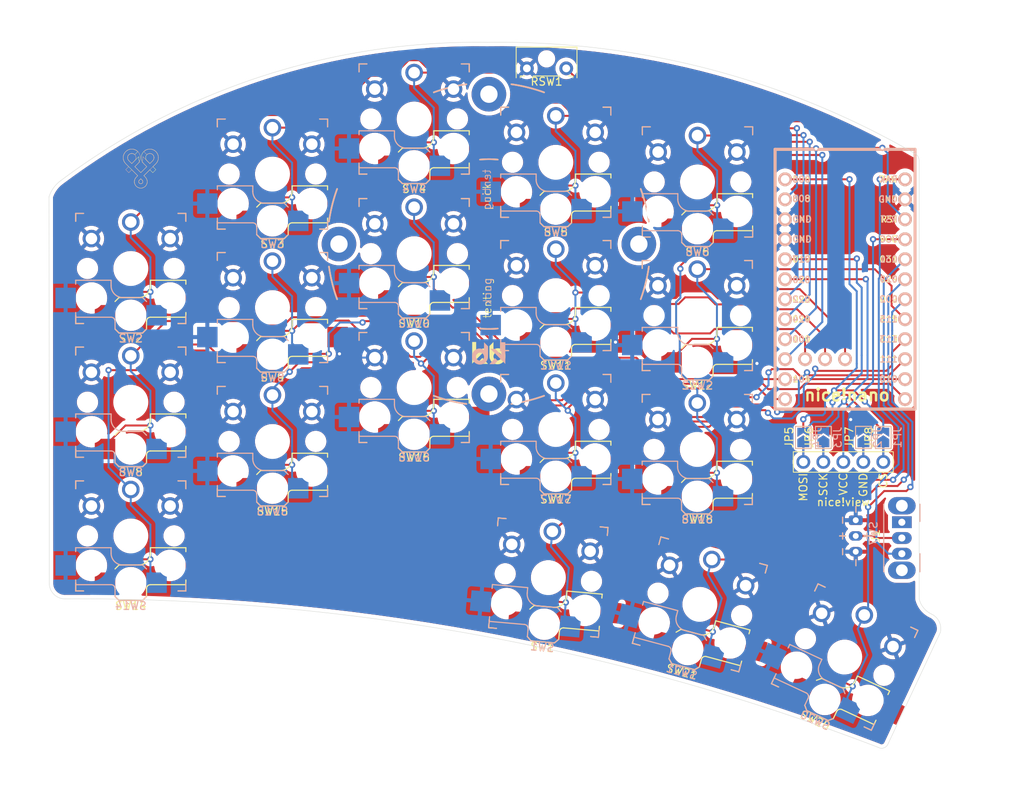
<source format=kicad_pcb>
(kicad_pcb (version 20211014) (generator pcbnew)
  (layers (0 "F.Cu" signal) (31 "B.Cu" signal) (34 "B.Paste" user) (35 "F.Paste" user) (36 "B.SilkS" user "B.Silkscreen") (37 "F.SilkS" user "F.Silkscreen") (38 "B.Mask" user) (39 "F.Mask" user) (44 "Edge.Cuts" user))
  (net 0 "")
  (net 1 "gnd")
  (net 2 "vcc")
  (net 3 "Switch18")
  (net 4 "reset")
  (net 5 "Switch1")
  (net 6 "Switch2")
  (net 7 "Switch3")
  (net 8 "Switch4")
  (net 9 "Switch5")
  (net 10 "Switch6")
  (net 11 "Switch7")
  (net 12 "Switch8")
  (net 13 "Switch9")
  (net 14 "Switch10")
  (net 15 "Switch11")
  (net 16 "Switch12")
  (net 17 "Switch13")
  (net 18 "Switch14")
  (net 19 "Switch15")
  (net 20 "Switch16")
  (net 21 "Switch17")
  (net 22 "raw")
  (net 23 "mosi")
  (net 24 "sck")
  (net 25 "nv_cs")
  (net 26 "Net-(J1-Pad2)")
  (net 28 "Net-(Display1-Pad1)")
  (net 29 "Net-(Display1-Pad2)")
  (net 30 "Net-(Display1-Pad4)")
  (net 31 "Net-(Display1-Pad5)")
  (footprint "Keebio-Parts:SW_Tactile_SPST_Angled_MJTP1117-no-mount" (layer "F.Cu") (at 72.951865 15.867504)
    (fp_text reference "RSW1")
    (fp_text value "SW_Push")
  )
  (footprint "fingerpunch:Kailh_socket_PG1350_optional_reversible_millmax" (layer "F.Cu") (at 22.626865 41.305002 180)
    (fp_text reference "SW2")
    (fp_text value "SW_Push")
  )
  (footprint "fingerpunch:Kailh_socket_PG1350_optional_reversible_millmax" (layer "F.Cu") (at 40.626867 29.305002 180)
    (fp_text reference "SW3")
    (fp_text value "SW_Push")
  )
  (footprint "fingerpunch:Kailh_socket_PG1350_optional_reversible_millmax" (layer "F.Cu") (at 58.626864 22.305002 180)
    (fp_text reference "SW4")
    (fp_text value "SW_Push")
  )
  (footprint "fingerpunch:Kailh_socket_PG1350_optional_reversible_millmax" (layer "F.Cu") (at 76.626865 27.805003 180)
    (fp_text reference "SW5")
    (fp_text value "SW_Push")
  )
  (footprint "fingerpunch:Kailh_socket_PG1350_optional_reversible_millmax" (layer "F.Cu") (at 94.626863 30.305002 180)
    (fp_text reference "SW6")
    (fp_text value "SW_Push")
  )
  (footprint "fingerpunch:Kailh_socket_PG1350_optional_reversible_millmax" (layer "F.Cu") (at 22.626865 58.305002 180)
    (fp_text reference "SW8")
    (fp_text value "SW_Push")
  )
  (footprint "fingerpunch:Kailh_socket_PG1350_optional_reversible_millmax" (layer "F.Cu") (at 40.626867 46.279002 180)
    (fp_text reference "SW9")
    (fp_text value "SW_Push")
  )
  (footprint "fingerpunch:Kailh_socket_PG1350_optional_reversible_millmax" (layer "F.Cu") (at 58.626866 39.421002 180)
    (fp_text reference "SW10")
    (fp_text value "SW_Push")
  )
  (footprint "fingerpunch:Kailh_socket_PG1350_optional_reversible_millmax" (layer "F.Cu") (at 76.626867 44.755005 180)
    (fp_text reference "SW11")
    (fp_text value "SW_Push")
  )
  (footprint "fingerpunch:Kailh_socket_PG1350_optional_reversible_millmax" (layer "F.Cu") (at 94.606865 47.295002 180)
    (fp_text reference "SW12")
    (fp_text value "SW_Push")
  )
  (footprint "fingerpunch:Kailh_socket_PG1350_optional_reversible_millmax" (layer "F.Cu") (at 22.626865 75.304999 180)
    (fp_text reference "SW14")
    (fp_text value "SW_Push")
  )
  (footprint "fingerpunch:Kailh_socket_PG1350_optional_reversible_millmax" (layer "F.Cu") (at 40.626864 63.297001 180)
    (fp_text reference "SW15")
    (fp_text value "SW_Push")
  )
  (footprint "fingerpunch:Kailh_socket_PG1350_optional_reversible_millmax" (layer "F.Cu") (at 58.626863 56.439003 180)
    (fp_text reference "SW16")
    (fp_text value "SW_Push")
  )
  (footprint "fingerpunch:Kailh_socket_PG1350_optional_reversible_millmax" (layer "F.Cu") (at 76.626865 61.773005 180)
    (fp_text reference "SW17")
    (fp_text value "SW_Push")
  )
  (footprint "fingerpunch:Kailh_socket_PG1350_optional_reversible_millmax" (layer "F.Cu") (at 94.600519 64.313002 180)
    (fp_text reference "SW18")
    (fp_text value "SW_Push")
  )
  (footprint "fingerpunch:Kailh_socket_PG1350_optional_reversible_millmax" (layer "F.Cu") (at 113.326867 90.705 155)
    (fp_text reference "SW20")
    (fp_text value "SW_Push")
  )
  (footprint "fingerpunch:Kailh_socket_PG1350_optional_reversible_millmax" (layer "F.Cu") (at 94.926863 84.005003 165)
    (fp_text reference "SW21")
    (fp_text value "SW_Push")
  )
  (footprint "kbd:Tenting_Puck2" (layer "F.Cu") (at 68.126866 38.205003)
    (fp_text reference "REF**")
    (fp_text value "Tenting Puck")
  )
  (footprint "fingerpunch:nice_nano" (layer "F.Cu") (at 113.376864 43.941752 -90)
    (fp_text reference "U1" hide)
    (fp_text value "nice_nano" hide)
  )
  (footprint "fingerpunch:fingerpunch-logo-small" (layer "F.Cu") (at 23.9 28.41)
    (fp_text reference "REF**")
    (fp_text value "fingerpunch-logo-small")
  )
  (footprint "Jumper:SolderJumper-2_P1.3mm_Open_TrianglePad1.0x1.5mm" (layer "F.Cu") (at 115.71 62.785 90)
    (fp_text reference "JP7")
    (fp_text value "Jumper_2_Open")
  )
  (footprint "Jumper:SolderJumper-2_P1.3mm_Open_TrianglePad1.0x1.5mm" (layer "F.Cu") (at 110.62 62.79 90)
    (fp_text reference "JP6")
    (fp_text value "Jumper_2_Open")
  )
  (footprint "fingerpunch:Kailh_socket_PG1350_optional_reversible_millmax" (layer "F.Cu") (at 75.676864 80.605 175)
    (fp_text reference "SW1")
    (fp_text value "SW_Push")
  )
  (footprint "fingerpunch:JST_PH_S3B-PH-K-keyboard" (layer "F.Cu") (at 114.733066 73.312291 -90)
    (fp_text reference "J1")
    (fp_text value "JST-BATTERY")
  )
  (footprint "Jumper:SolderJumper-2_P1.3mm_Open_TrianglePad1.0x1.5mm" (layer "F.Cu") (at 108.07 62.79 90)
    (fp_text reference "JP5")
    (fp_text value "Jumper_2_Open")
  )
  (footprint "Jumper:SolderJumper-2_P1.3mm_Open_TrianglePad1.0x1.5mm" (layer "F.Cu") (at 118.23 62.79 90)
    (fp_text reference "JP8")
    (fp_text value "Jumper_2_Open")
  )
  (footprint "fingerpunch:nice_view" (layer "F.Cu") (at 113.153066 49.422292)
    (fp_text reference "Display1")
    (fp_text value "nice!view")
  )
  (footprint "Jumper:SolderJumper-2_P1.3mm_Open_TrianglePad1.0x1.5mm" (layer "B.Cu") (at 115.71 62.79 90)
    (fp_text reference "JP2")
    (fp_text value "Jumper_2_Open")
  )
  (footprint "fingerpunch:SW_CuK_OS102011MA1QN1_SPDT_Angled" (layer "B.Cu") (at 120.59 73.57 -90)
    (fp_text reference "SW7")
    (fp_text value "SW_DPDT")
  )
  (footprint "Jumper:SolderJumper-2_P1.3mm_Open_TrianglePad1.0x1.5mm" (layer "B.Cu") (at 118.23 62.79 90)
    (fp_text reference "JP1")
    (fp_text value "Jumper_2_Open")
  )
  (footprint "Jumper:SolderJumper-2_P1.3mm_Open_TrianglePad1.0x1.5mm" (layer "B.Cu") (at 108.07 62.79 90)
    (fp_text reference "JP4")
    (fp_text value "Jumper_2_Open")
  )
  (footprint "Jumper:SolderJumper-2_P1.3mm_Open_TrianglePad1.0x1.5mm" (layer "B.Cu") (at 110.62 62.79 90)
    (fp_text reference "JP3")
    (fp_text value "Jumper_2_Open")
  )
  (footprint "fingerpunch:fingerpunch-logo-small" (layer "B.Cu") (at 23.9 28.41 180)
    (fp_text reference "REF**")
    (fp_text value "fingerpunch-logo-small")
  )
  (gr_line (start 12.236918 32.201707) (end 12.277117 81.470026) (layer "Edge.Cuts") (width 0.05))
  (gr_arc (start 122.426865 26.805003) (mid 122.69678 27.166844) (end 122.788866 27.608776) (layer "Edge.Cuts") (width 0.05))
  (gr_arc (start 12.236918 32.201707) (mid 12.793791 31.083887) (end 13.66386 30.188003) (layer "Edge.Cuts") (width 0.05))
  (gr_arc (start 67.926867 12.562511) (mid 96.148266 15.966621) (end 122.426865 26.805003) (layer "Edge.Cuts") (width 0.05))
  (gr_arc (start 14.314865 83.306125) (mid 66.82892 87.930658) (end 117.582657 102.184444) (layer "Edge.Cuts") (width 0.05))
  (gr_arc (start 14.314865 83.306125) (mid 12.927435 82.797108) (end 12.277117 81.470026) (layer "Edge.Cuts") (width 0.05))
  (gr_line (start 122.788866 27.608776) (end 122.788865 83.305002) (layer "Edge.Cuts") (width 0.05))
  (gr_arc (start 13.66386 30.188003) (mid 39.328422 16.859032) (end 67.926867 12.562511) (layer "Edge.Cuts") (width 0.05))
  (gr_arc (start 118.789484 101.850237) (mid 118.256353 102.271132) (end 117.582657 102.184444) (layer "Edge.Cuts") (width 0.05))
  (gr_line (start 125.47988 87.577163) (end 118.789484 101.850237) (layer "Edge.Cuts") (width 0.05))
  (gr_arc (start 124.32988 85.227164) (mid 123.343266 84.439338) (end 122.788865 83.305002) (layer "Edge.Cuts") (width 0.05))
  (gr_arc (start 124.32988 85.227164) (mid 125.328418 86.1949) (end 125.47988 87.577163) (layer "Edge.Cuts") (width 0.05))
  (segment (start 114.09 60.51) (end 112.175 60.51) (width 0.25) (layer "F.Cu") (net 1))
  (segment (start 112.175 60.51) (end 110.62 62.065) (width 0.25) (layer "F.Cu") (net 1))
  (segment (start 102.881865 52.678135) (end 102.881865 51.045002) (width 0.25) (layer "F.Cu") (net 1))
  (segment (start 84.21 50.67) (end 84.21 49.196872) (width 0.25) (layer "F.Cu") (net 1))
  (segment (start 49.14 52.16) (end 49.14 50.267135) (width 0.25) (layer "F.Cu") (net 1))
  (segment (start 102.18 53.38) (end 102.881865 52.678135) (width 0.25) (layer "F.Cu") (net 1))
  (segment (start 84.21 49.196872) (end 84.901867 48.505005) (width 0.25) (layer "F.Cu") (net 1))
  (segment (start 49.14 50.267135) (end 48.901867 50.029002) (width 0.25) (layer "F.Cu") (net 1))
  (via (at 49.14 52.16) (size 0.8) (drill 0.4) (layers "F.Cu" "B.Cu") (net 1))
  (via (at 114.09 60.51) (size 0.8) (drill 0.4) (layers "F.Cu" "B.Cu") (net 1))
  (via (at 102.18 53.38) (size 0.8) (drill 0.4) (layers "F.Cu" "B.Cu") (net 1))
  (via (at 84.21 50.67) (size 0.8) (drill 0.4) (layers "F.Cu" "B.Cu") (net 1))
  (segment (start 102.19 53.37) (end 102.18 53.38) (width 0.25) (layer "B.Cu") (net 1))
  (segment (start 102.19 46.078137) (end 102.19 51.94) (width 0.25) (layer "B.Cu") (net 1))
  (segment (start 115.645 62.065) (end 114.09 60.51) (width 0.25) (layer "B.Cu") (net 1))
  (segment (start 49.619003 52.639003) (end 49.14 52.16) (width 0.25) (layer "B.Cu") (net 1))
  (segment (start 115.71 62.065) (end 115.645 62.065) (width 0.25) (layer "B.Cu") (net 1))
  (segment (start 84.585002 51.045002) (end 84.21 50.67) (width 0.25) (layer "B.Cu") (net 1))
  (segment (start 86.331865 51.045002) (end 84.585002 51.045002) (width 0.25) (layer "B.Cu") (net 1))
  (segment (start 99.606865 43.495002) (end 102.19 46.078137) (width 0.25) (layer "B.Cu") (net 1))
  (segment (start 53.626863 52.639003) (end 49.619003 52.639003) (width 0.25) (layer "B.Cu") (net 1))
  (segment (start 102.19 51.94) (end 102.19 53.37) (width 0.25) (layer "B.Cu") (net 1))
  (segment (start 116.931752 37.591752) (end 120.996864 37.591752) (width 0.25) (layer "F.Cu") (net 2))
  (via (at 116.931752 37.591752) (size 0.8) (drill 0.4) (layers "F.Cu" "B.Cu") (net 2))
  (segment (start 113.153066 65.902292) (end 113.153066 59.476934) (width 0.25) (layer "B.Cu") (net 2))
  (segment (start 116.931752 55.698248) (end 116.931752 37.591752) (width 0.25) (layer "B.Cu") (net 2))
  (segment (start 113.153066 59.476934) (end 116.931752 55.698248) (width 0.25) (layer "B.Cu") (net 2))
  (segment (start 77.331842 73.77024) (end 76.191083 74.727451) (width 0.25) (layer "F.Cu") (net 3))
  (segment (start 117.154989 68.17) (end 114.262928 71.06206) (width 0.25) (layer "F.Cu") (net 3))
  (segment (start 119.48 68.17) (end 117.154989 68.17) (width 0.25) (layer "F.Cu") (net 3))
  (segment (start 71.887733 86.231764) (end 71.920983 85.851706) (width 0.25) (layer "F.Cu") (net 3))
  (segment (start 98.602928 77.17206) (end 86.918776 74.041301) (width 0.25) (layer "F.Cu") (net 3))
  (segment (start 106.162929 77.172061) (end 98.602928 77.17206) (width 0.25) (layer "F.Cu") (net 3))
  (segment (start 86.918776 74.041301) (end 77.953302 73.256924) (width 0.25) (layer "F.Cu") (net 3))
  (segment (start 71.920983 85.851706) (end 74.738996 83.487112) (width 0.25) (layer "F.Cu") (net 3))
  (segment (start 114.262928 71.06206) (end 112.272928 71.062061) (width 0.25) (layer "F.Cu") (net 3))
  (segment (start 77.953302 73.256924) (end 77.340638 73.77101) (width 0.25) (layer "F.Cu") (net 3))
  (segment (start 112.272928 71.062061) (end 106.162929 77.172061) (width 0.25) (layer "F.Cu") (net 3))
  (segment (start 77.340638 73.77101) (end 77.331842 73.77024) (width 0.25) (layer "F.Cu") (net 3))
  (segment (start 74.738996 83.487112) (end 77.896934 83.763396) (width 0.25) (layer "F.Cu") (net 3))
  (via (at 119.48 68.17) (size 0.8) (drill 0.4) (layers "F.Cu" "B.Cu") (net 3))
  (via (at 77.896934 83.763396) (size 0.8) (drill 0.4) (layers "F.Cu" "B.Cu") (net 3))
  (segment (start 120.996864 40.131752) (end 118.29 42.838616) (width 0.25) (layer "B.Cu") (net 3))
  (segment (start 118.29 58.73) (end 120.81 61.25) (width 0.25) (layer "B.Cu") (net 3))
  (segment (start 120.81 65.12) (end 120.81 66.84) (width 0.25) (layer "B.Cu") (net 3))
  (segment (start 120.81 61.25) (end 120.81 65.12) (width 0.25) (layer "B.Cu") (net 3))
  (segment (start 76.011275 76.675878) (end 76.183065 74.712292) (width 0.25) (layer "B.Cu") (net 3))
  (segment (start 77.896934 83.763396) (end 78.280419 79.38014) (width 0.25) (layer "B.Cu") (net 3))
  (segment (start 118.29 42.838616) (end 118.29 58.73) (width 0.25) (layer "B.Cu") (net 3))
  (segment (start 78.280419 79.38014) (end 76.011275 76.675878) (width 0.25) (layer "B.Cu") (net 3))
  (segment (start 120.81 66.84) (end 119.48 68.17) (width 0.25) (layer "B.Cu") (net 3))
  (segment (start 78.412808 86.802634) (end 78.466314 86.191057) (width 0.25) (layer "B.Cu") (net 3))
  (segment (start 78.466314 86.191057) (end 77.758356 85.347347) (width 0.25) (layer "B.Cu") (net 3))
  (segment (start 77.758356 85.347347) (end 77.896934 83.763396) (width 0.25) (layer "B.Cu") (net 3))
  (segment (start 77.951864 15.867505) (end 80.84642 18.76206) (width 0.25) (layer "F.Cu") (net 4))
  (segment (start 118.113067 25.972291) (end 111.173159 25.972291) (width 0.25) (layer "F.Cu") (net 4))
  (segment (start 104.122928 22.59206) (end 100.292929 18.76206) (width 0.25) (layer "F.Cu") (net 4))
  (segment (start 111.173159 25.972291) (end 107.792928 22.59206) (width 0.25) (layer "F.Cu") (net 4))
  (segment (start 107.792928 22.59206) (end 104.122928 22.59206) (width 0.25) (layer "F.Cu") (net 4))
  (segment (start 80.84642 18.76206) (end 100.292929 18.76206) (width 0.25) (layer "F.Cu") (net 4))
  (via (at 118.113067 25.972291) (size 0.8) (drill 0.4) (layers "F.Cu" "B.Cu") (net 4))
  (segment (start 120.996864 35.051752) (end 118.8 32.854888) (width 0.25) (layer "B.Cu") (net 4))
  (segment (start 118.8 26.659224) (end 118.113067 25.972291) (width 0.25) (layer "B.Cu") (net 4))
  (segment (start 118.8 32.854888) (end 118.8 26.659224) (width 0.25) (layer "B.Cu") (net 4))
  (segment (start 59.642928 14.02206) (end 57.642929 14.02206) (width 0.25) (layer "F.Cu") (net 5))
  (segment (start 78.222929 18.60206) (end 73.352929 18.60206) (width 0.25) (layer "F.Cu") (net 5))
  (segment (start 79.172928 19.552061) (end 78.222929 18.60206) (width 0.25) (layer "F.Cu") (net 5))
  (segment (start 69.642928 14.89206) (end 60.512927 14.89206) (width 0.25) (layer "F.Cu") (net 5))
  (segment (start 57.642929 14.02206) (end 55.562929 16.10206) (width 0.25) (layer "F.Cu") (net 5))
  (segment (start 21.949267 44.27958) (end 25.119267 44.27958) (width 0.25) (layer "F.Cu") (net 5))
  (segment (start 73.352929 18.60206) (end 69.642928 14.89206) (width 0.25) (layer "F.Cu") (net 5))
  (segment (start 99.762929 19.552061) (end 79.172928 19.552061) (width 0.25) (layer "F.Cu") (net 5))
  (segment (start 60.512927 14.89206) (end 59.642928 14.02206) (width 0.25) (layer "F.Cu") (net 5))
  (segment (start 52.552928 16.102061) (end 46.852928 21.80206) (width 0.25) (layer "F.Cu") (net 5))
  (segment (start 103.692929 23.482059) (end 99.762929 19.552061) (width 0.25) (layer "F.Cu") (net 5))
  (segment (start 107.252928 23.48206) (end 103.692929 23.482059) (width 0.25) (layer "F.Cu") (net 5))
  (segment (start 55.562929 16.10206) (end 52.552928 16.102061) (width 0.25) (layer "F.Cu") (net 5))
  (segment (start 33.069808 24.96206) (end 22.626866 35.405002) (width 0.25) (layer "F.Cu") (net 5))
  (segment (start 33.812929 24.96206) (end 33.069808 24.96206) (width 0.25) (layer "F.Cu") (net 5))
  (segment (start 46.852928 21.80206) (end 36.972928 21.80206) (width 0.25) (layer "F.Cu") (net 5))
  (segment (start 19.348066 47.262291) (end 19.348067 46.880784) (width 0.25) (layer "F.Cu") (net 5))
  (segment (start 19.348067 46.880784) (end 21.949267 44.27958) (width 0.25) (layer "F.Cu") (net 5))
  (segment (start 36.972928 21.80206) (end 33.812929 24.96206) (width 0.25) (layer "F.Cu") (net 5))
  (via (at 107.252928 23.48206) (size 0.8) (drill 0.4) (layers "F.Cu" "B.Cu") (net 5))
  (via (at 25.119267 44.27958) (size 0.8) (drill 0.4) (layers "F.Cu" "B.Cu") (net 5))
  (segment (start 25.898064 46.648378) (end 25.119268 45.869581) (width 0.25) (layer "B.Cu") (net 5))
  (segment (start 25.898067 47.26229) (end 25.898064 46.648378) (width 0.25) (layer "B.Cu") (net 5))
  (segment (start 22.623066 37.38338) (end 22.623065 35.412291) (width 0.25) (layer "B.Cu") (net 5))
  (segment (start 107.252928 31.015688) (end 107.252928 30.877072) (width 0.25) (layer "B.Cu") (net 5))
  (segment (start 25.119269 39.879581) (end 22.623066 37.38338) (width 0.25) (layer "B.Cu") (net 5))
  (segment (start 25.119268 45.869581) (end 25.119267 44.27958) (width 0.25) (layer "B.Cu") (net 5))
  (segment (start 105.756864 32.511752) (end 107.252928 31.015688) (width 0.25) (layer "B.Cu") (net 5))
  (segment (start 25.119267 44.27958) (end 25.119269 39.879581) (width 0.25) (layer "B.Cu") (net 5))
  (segment (start 107.252928 30.877072) (end 107.252928 23.48206) (width 0.25) (layer "B.Cu") (net 5))
  (segment (start 55.952928 16.81206) (end 53.102929 16.81206) (width 0.25) (layer "F.Cu") (net 6))
  (segment (start 77.762928 19.38206) (end 73.252929 19.38206) (width 0.25) (layer "F.Cu") (net 6))
  (segment (start 53.102929 16.81206) (end 46.509986 23.405001) (width 0.25) (layer "F.Cu") (net 6))
  (segment (start 59.282928 14.832061) (end 57.932929 14.83206) (width 0.25) (layer "F.Cu") (net 6))
  (segment (start 57.932929 14.83206) (end 55.952928 16.81206) (width 0.25) (layer "F.Cu") (net 6))
  (segment (start 37.348067 35.252291) (end 37.348067 34.870783) (width 0.25) (layer "F.Cu") (net 6))
  (segment (start 37.348067 34.870783) (end 39.949267 32.269579) (width 0.25) (layer "F.Cu") (net 6))
  (segment (start 103.322928 24.36206) (end 99.242928 20.282059) (width 0.25) (layer "F.Cu") (net 6))
  (segment (start 69.562928 15.69206) (end 60.142928 15.692059) (width 0.25) (layer "F.Cu") (net 6))
  (segment (start 73.252929 19.38206) (end 69.562928 15.69206) (width 0.25) (layer "F.Cu") (net 6))
  (segment (start 99.242928 20.282059) (end 78.662928 20.28206) (width 0.25) (layer "F.Cu") (net 6))
  (segment (start 78.662928 20.28206) (end 77.762928 19.38206) (width 0.25) (layer "F.Cu") (net 6))
  (segment (start 46.509986 23.405001) (end 40.626867 23.405003) (width 0.25) (layer "F.Cu") (net 6))
  (segment (start 108.092929 24.36206) (end 103.322928 24.36206) (width 0.25) (layer "F.Cu") (net 6))
  (segment (start 60.142928 15.692059) (end 59.282928 14.832061) (width 0.25) (layer "F.Cu") (net 6))
  (segment (start 39.949267 32.269579) (end 43.119268 32.269579) (width 0.25) (layer "F.Cu") (net 6))
  (via (at 43.119268 32.269579) (size 0.8) (drill 0.4) (layers "F.Cu" "B.Cu") (net 6))
  (via (at 108.092929 24.36206) (size 0.8) (drill 0.4) (layers "F.Cu" "B.Cu") (net 6))
  (segment (start 43.898065 35.25229) (end 43.898067 34.638379) (width 0.25) (layer "B.Cu") (net 6))
  (segment (start 43.898067 34.638379) (end 43.119269 33.859582) (width 0.25) (layer "B.Cu") (net 6))
  (segment (start 43.119268 32.269579) (end 43.119269 27.869581) (width 0.25) (layer "B.Cu") (net 6))
  (segment (start 105.756864 45.211752) (end 108.092928 42.875688) (width 0.25) (layer "B.Cu") (net 6))
  (segment (start 43.119269 27.869581) (end 40.623065 25.37338) (width 0.25) (layer "B.Cu") (net 6))
  (segment (start 40.623065 25.37338) (end 40.623066 23.402292) (width 0.25) (layer "B.Cu") (net 6))
  (segment (start 43.119269 33.859582) (end 43.119268 32.269579) (width 0.25) (layer "B.Cu") (net 6))
  (segment (start 108.092928 42.875688) (end 108.092929 24.36206) (width 0.25) (layer "B.Cu") (net 6))
  (segment (start 102.982929 25.20206) (end 98.862929 21.08206) (width 0.25) (layer "F.Cu") (net 7))
  (segment (start 77.272928 20.22206) (end 73.252928 20.22206) (width 0.25) (layer "F.Cu") (net 7))
  (segment (start 55.351864 28.255002) (end 55.351864 27.873493) (width 0.25) (layer "F.Cu") (net 7))
  (segment (start 108.882928 25.202061) (end 102.982929 25.20206) (width 0.25) (layer "F.Cu") (net 7))
  (segment (start 69.43587 16.405002) (end 58.626865 16.405003) (width 0.25) (layer "F.Cu") (net 7))
  (segment (start 57.953067 25.272291) (end 61.123066 25.272293) (width 0.25) (layer "F.Cu") (net 7))
  (segment (start 55.351864 27.873493) (end 57.953067 25.272291) (width 0.25) (layer "F.Cu") (net 7))
  (segment (start 73.252928 20.22206) (end 69.43587 16.405002) (width 0.25) (layer "F.Cu") (net 7))
  (segment (start 78.132928 21.08206) (end 77.272928 20.22206) (width 0.25) (layer "F.Cu") (net 7))
  (segment (start 98.862929 21.08206) (end 78.132928 21.08206) (width 0.25) (layer "F.Cu") (net 7))
  (via (at 61.123066 25.272293) (size 0.8) (drill 0.4) (layers "F.Cu" "B.Cu") (net 7))
  (via (at 108.882928 25.202061) (size 0.8) (drill 0.4) (layers "F.Cu" "B.Cu") (net 7))
  (segment (start 61.901864 27.641087) (end 61.123066 26.862292) (width 0.25) (layer "B.Cu") (net 7))
  (segment (start 61.123067 20.872291) (end 58.626864 18.37609) (width 0.25) (layer "B.Cu") (net 7))
  (segment (start 61.901865 28.255002) (end 61.901864 27.641087) (width 0.25) (layer "B.Cu") (net 7))
  (segment (start 105.756864 47.751753) (end 108.882928 44.625689) (width 0.25) (layer "B.Cu") (net 7))
  (segment (start 61.123066 25.272293) (end 61.123067 20.872291) (width 0.25) (layer "B.Cu") (net 7))
  (segment (start 61.123066 26.862292) (end 61.123066 25.272293) (width 0.25) (layer "B.Cu") (net 7))
  (segment (start 58.626864 18.37609) (end 58.626864 16.405002) (width 0.25) (layer "B.Cu") (net 7))
  (segment (start 108.882928 44.625689) (end 108.882928 25.202061) (width 0.25) (layer "B.Cu") (net 7))
  (segment (start 98.525871 21.905003) (end 76.626865 21.905003) (width 0.25) (layer "F.Cu") (net 8))
  (segment (start 75.948278 30.768057) (end 79.118278 30.768056) (width 0.25) (layer "F.Cu") (net 8))
  (segment (start 73.347077 33.369259) (end 75.948278 30.768057) (width 0.25) (layer "F.Cu") (net 8))
  (segment (start 102.662928 26.042061) (end 98.525871 21.905003) (width 0.25) (layer "F.Cu") (net 8))
  (segment (start 73.347077 33.75077) (end 73.347077 33.369259) (width 0.25) (layer "F.Cu") (net 8))
  (segment (start 109.692929 26.04206) (end 102.662928 26.042061) (width 0.25) (layer "F.Cu") (net 8))
  (via (at 79.118278 30.768056) (size 0.8) (drill 0.4) (layers "F.Cu" "B.Cu") (net 8))
  (via (at 109.692929 26.04206) (size 0.8) (drill 0.4) (layers "F.Cu" "B.Cu") (net 8))
  (segment (start 79.118279 26.368057) (end 76.622078 23.871856) (width 0.25) (layer "B.Cu") (net 8))
  (segment (start 109.692928 46.355688) (end 109.692929 26.04206) (width 0.25) (layer "B.Cu") (net 8))
  (segment (start 105.756864 50.291752) (end 109.692928 46.355688) (width 0.25) (layer "B.Cu") (net 8))
  (segment (start 79.897077 33.750768) (end 79.897076 33.136856) (width 0.25) (layer "B.Cu") (net 8))
  (segment (start 79.897076 33.136856) (end 79.118279 32.358056) (width 0.25) (layer "B.Cu") (net 8))
  (segment (start 79.118278 30.768056) (end 79.118279 26.368057) (width 0.25) (layer "B.Cu") (net 8))
  (segment (start 79.118279 32.358056) (end 79.118278 30.768056) (width 0.25) (layer "B.Cu") (net 8))
  (segment (start 76.622078 23.871856) (end 76.622078 21.900768) (width 0.25) (layer "B.Cu") (net 8))
  (segment (start 91.347215 36.25142) (end 91.347215 35.869911) (width 0.25) (layer "F.Cu") (net 9))
  (segment (start 99.96587 24.405002) (end 94.626864 24.405002) (width 0.25) (layer "F.Cu") (net 9))
  (segment (start 102.442928 26.882061) (end 99.96587 24.405002) (width 0.25) (layer "F.Cu") (net 9))
  (segment (start 110.482928 26.88206) (end 102.442928 26.882061) (width 0.25) (layer "F.Cu") (net 9))
  (segment (start 93.948416 33.268708) (end 97.118416 33.268709) (width 0.25) (layer "F.Cu") (net 9))
  (segment (start 91.347215 35.869911) (end 93.948416 33.268708) (width 0.25) (layer "F.Cu") (net 9))
  (via (at 97.118416 33.268709) (size 0.8) (drill 0.4) (layers "F.Cu" "B.Cu") (net 9))
  (via (at 110.482928 26.88206) (size 0.8) (drill 0.4) (layers "F.Cu" "B.Cu") (net 9))
  (segment (start 97.118416 33.268709) (end 97.118418 28.868709) (width 0.25) (layer "B.Cu") (net 9))
  (segment (start 97.897216 35.637507) (end 97.118417 34.85871) (width 0.25) (layer "B.Cu") (net 9))
  (segment (start 97.897215 36.251421) (end 97.897216 35.637507) (width 0.25) (layer "B.Cu") (net 9))
  (segment (start 94.622215 26.372507) (end 94.622215 24.40142) (width 0.25) (layer "B.Cu") (net 9))
  (segment (start 97.118417 34.85871) (end 97.118416 33.268709) (width 0.25) (layer "B.Cu") (net 9))
  (segment (start 97.118418 28.868709) (end 94.622215 26.372507) (width 0.25) (layer "B.Cu") (net 9))
  (segment (start 105.756864 52.831753) (end 110.482929 48.105688) (width 0.25) (layer "B.Cu") (net 9))
  (segment (start 110.482929 48.105688) (end 110.482928 26.88206) (width 0.25) (layer "B.Cu") (net 9))
  (segment (start 42.032928 48.56206) (end 37.722928 48.56206) (width 0.25) (layer "F.Cu") (net 10))
  (segment (start 37.152929 47.99206) (end 27.122928 47.992061) (width 0.25) (layer "F.Cu") (net 10))
  (segment (start 19.348066 63.870783) (end 21.949268 61.26958) (width 0.25) (layer "F.Cu") (net 10))
  (segment (start 37.722928 48.56206) (end 37.152929 47.99206) (width 0.25) (layer "F.Cu") (net 10))
  (segment (start 105.756865 55.371752) (end 89.582621 55.371752) (width 0.25) (layer "F.Cu") (net 10))
  (segment (start 71.642929 52.652061) (end 66.302928 47.31206) (width 0.25) (layer "F.Cu") (net 10))
  (segment (start 19.348066 64.252291) (end 19.348066 63.870783) (width 0.25) (layer "F.Cu") (net 10))
  (segment (start 86.862928 52.65206) (end 71.642929 52.652061) (width 0.25) (layer "F.Cu") (net 10))
  (segment (start 47.270566 47.504423) (end 45.445291 47.504424) (width 0.25) (layer "F.Cu") (net 10))
  (segment (start 66.302928 47.31206) (end 47.462928 47.31206) (width 0.25) (layer "F.Cu") (net 10))
  (segment (start 22.709986 52.405002) (end 22.626865 52.405002) (width 0.25) (layer "F.Cu") (net 10))
  (segment (start 45.442928 47.50206) (end 43.092928 47.502061) (width 0.25) (layer "F.Cu") (net 10))
  (segment (start 21.949268 61.26958) (end 25.119269 61.26958) (width 0.25) (layer "F.Cu") (net 10))
  (segment (start 45.445291 47.504424) (end 45.442928 47.50206) (width 0.25) (layer "F.Cu") (net 10))
  (segment (start 43.092928 47.502061) (end 42.032928 48.56206) (width 0.25) (layer "F.Cu") (net 10))
  (segment (start 89.582621 55.371752) (end 86.862928 52.65206) (width 0.25) (layer "F.Cu") (net 10))
  (segment (start 47.462928 47.31206) (end 47.270566 47.504423) (width 0.25) (layer "F.Cu") (net 10))
  (segment (start 27.122928 47.992061) (end 22.709986 52.405002) (width 0.25) (layer "F.Cu") (net 10))
  (via (at 25.119269 61.26958) (size 0.8) (drill 0.4) (layers "F.Cu" "B.Cu") (net 10))
  (segment (start 22.623067 54.373378) (end 22.623066 52.402292) (width 0.25) (layer "B.Cu") (net 10))
  (segment (start 25.119269 62.859579) (end 25.119269 61.26958) (width 0.25) (layer "B.Cu") (net 10))
  (segment (start 25.898066 63.638379) (end 25.119269 62.859579) (width 0.25) (layer "B.Cu") (net 10))
  (segment (start 25.898065 64.25229) (end 25.898066 63.638379) (width 0.25) (layer "B.Cu") (net 10))
  (segment (start 25.119269 61.26958) (end 25.119268 56.869581) (width 0.25) (layer "B.Cu") (net 10))
  (segment (start 25.119268 56.869581) (end 22.623067 54.373378) (width 0.25) (layer "B.Cu") (net 10))
  (segment (start 44.215362 48.14206) (end 43.118851 49.23857) (width 0.25) (layer "F.Cu") (net 11))
  (segment (start 53.102928 48.69206) (end 52.622929 49.17206) (width 0.25) (layer "F.Cu") (net 11))
  (segment (start 37.34765 51.839773) (end 39.948851 49.238571) (width 0.25) (layer "F.Cu") (net 11))
  (segment (start 47.692929 47.93206) (end 47.482928 48.142061) (width 0.25) (layer "F.Cu") (net 11))
  (segment (start 50.302929 47.93206) (end 47.692929 47.93206) (width 0.25) (layer "F.Cu") (net 11))
  (segment (start 103.77262 57.911752) (end 102.422928 56.56206) (width 0.25) (layer "F.Cu") (net 11))
  (segment (start 51.542929 49.172061) (end 50.302929 47.93206) (width 0.25) (layer "F.Cu") (net 11))
  (segment (start 39.948851 49.238571) (end 43.118851 49.23857) (width 0.25) (layer "F.Cu") (net 11))
  (segment (start 47.482928 48.142061) (end 44.215362 48.14206) (width 0.25) (layer "F.Cu") (net 11))
  (segment (start 52.622929 49.17206) (end 51.542929 49.172061) (width 0.25) (layer "F.Cu") (net 11))
  (segment (start 102.422928 56.56206) (end 89.002929 56.56206) (width 0.25) (layer "F.Cu") (net 11))
  (segment (start 86.392928 53.952061) (end 70.942928 53.95206) (width 0.25) (layer "F.Cu") (net 11))
  (segment (start 65.682929 48.69206) (end 53.102928 48.69206) (width 0.25) (layer "F.Cu") (net 11))
  (segment (start 89.002929 56.56206) (end 86.392928 53.952061) (width 0.25) (layer "F.Cu") (net 11))
  (segment (start 70.942928 53.95206) (end 65.682929 48.69206) (width 0.25) (layer "F.Cu") (net 11))
  (segment (start 37.347651 52.221282) (end 37.34765 51.839773) (width 0.25) (layer "F.Cu") (net 11))
  (segment (start 105.756864 57.911752) (end 103.77262 57.911752) (width 0.25) (layer "F.Cu") (net 11))
  (via (at 43.118851 49.23857) (size 0.8) (drill 0.4) (layers "F.Cu" "B.Cu") (net 11))
  (segment (start 43.897649 51.60737) (end 43.118851 50.828571) (width 0.25) (layer "B.Cu") (net 11))
  (segment (start 43.118852 44.838571) (end 40.62265 42.34237) (width 0.25) (layer "B.Cu") (net 11))
  (segment (start 40.62265 42.34237) (end 40.62265 40.371282) (width 0.25) (layer "B.Cu") (net 11))
  (segment (start 43.118851 49.23857) (end 43.118852 44.838571) (width 0.25) (layer "B.Cu") (net 11))
  (segment (start 43.89765 52.221283) (end 43.897649 51.60737) (width 0.25) (layer "B.Cu") (net 11))
  (segment (start 43.118851 50.828571) (end 43.118851 49.23857) (width 0.25) (layer "B.Cu") (net 11))
  (segment (start 74.412928 47.00206) (end 73.692929 46.28206) (width 0.25) (layer "F.Cu") (net 12))
  (segment (start 96.232928 49.56206) (end 91.612929 49.56206) (width 0.25) (layer "F.Cu") (net 12))
  (segment (start 108.296864 52.831751) (end 108.296864 50.405997) (width 0.25) (layer "F.Cu") (net 12))
  (segment (start 88.652929 48.90206) (end 86.142929 46.39206) (width 0.25) (layer "F.Cu") (net 12))
  (segment (start 91.612929 49.56206) (end 90.952928 48.90206) (width 0.25) (layer "F.Cu") (net 12))
  (segment (start 90.952928 48.90206) (end 88.652929 48.90206) (width 0.25) (layer "F.Cu") (net 12))
  (segment (start 78.152929 47.00206) (end 74.412928 47.00206) (width 0.25) (layer "F.Cu") (net 12))
  (segment (start 73.692929 46.28206) (end 63.512929 46.28206) (width 0.25) (layer "F.Cu") (net 12))
  (segment (start 63.512929 46.28206) (end 61.119267 43.888399) (width 0.25) (layer "F.Cu") (net 12))
  (segment (start 55.348066 44.990782) (end 57.949268 42.38958) (width 0.25) (layer "F.Cu") (net 12))
  (segment (start 108.296864 50.405997) (end 106.902929 49.01206) (width 0.25) (layer "F.Cu") (net 12))
  (segment (start 55.348065 45.372292) (end 55.348066 44.990782) (width 0.25) (layer "F.Cu") (net 12))
  (segment (start 61.119267 43.888399) (end 61.119268 42.38958) (width 0.25) (layer "F.Cu") (net 12))
  (segment (start 78.762928 46.39206) (end 78.152929 47.00206) (width 0.25) (layer "F.Cu") (net 12))
  (segment (start 106.902929 49.01206) (end 96.782929 49.01206) (width 0.25) (layer "F.Cu") (net 12))
  (segment (start 57.949268 42.38958) (end 61.119268 42.38958) (width 0.25) (layer "F.Cu") (net 12))
  (segment (start 96.782929 49.01206) (end 96.232928 49.56206) (width 0.25) (layer "F.Cu") (net 12))
  (segment (start 86.142929 46.39206) (end 78.762928 46.39206) (width 0.25) (layer "F.Cu") (net 12))
  (via (at 61.119268 42.38958) (size 0.8) (drill 0.4) (layers "F.Cu" "B.Cu") (net 12))
  (segment (start 61.898065 44.758379) (end 61.119267 43.97958) (width 0.25) (layer "B.Cu") (net 12))
  (segment (start 58.623066 35.493378) (end 58.623066 33.522291) (width 0.25) (layer "B.Cu") (net 12))
  (segment (start 61.119268 42.38958) (end 61.119268 37.98958) (width 0.25) (layer "B.Cu") (net 12))
  (segment (start 61.119268 37.98958) (end 58.623066 35.493378) (width 0.25) (layer "B.Cu") (net 12))
  (segment (start 61.898067 45.372292) (end 61.898065 44.758379) (width 0.25) (layer "B.Cu") (net 12))
  (segment (start 61.119267 43.97958) (end 61.119268 42.38958) (width 0.25) (layer "B.Cu") (net 12))
  (segment (start 96.012928 44.98206) (end 93.052929 44.98206) (width 0.25) (layer "F.Cu") (net 13))
  (segment (start 93.052929 44.98206) (end 92.212928 45.82206) (width 0.25) (layer "F.Cu") (net 13))
  (segment (start 83.272928 43.29206) (end 81.382928 43.292061) (width 0.25) (layer "F.Cu") (net 13))
  (segment (start 80.309255 44.365734) (end 79.119254 44.365734) (width 0.25) (layer "F.Cu") (net 13))
  (segment (start 101.832929 45.87206) (end 96.902927 45.872061) (width 0.25) (layer "F.Cu") (net 13))
  (segment (start 73.348052 50.702283) (end 73.348052 50.320775) (width 0.25) (layer "F.Cu") (net 13))
  (segment (start 96.902927 45.872061) (end 96.012928 44.98206) (width 0.25) (layer "F.Cu") (net 13))
  (segment (start 102.452928 46.49206) (end 101.832929 45.87206) (width 0.25) (layer "F.Cu") (net 13))
  (segment (start 81.382928 43.292061) (end 80.309255 44.365734) (width 0.25) (layer "F.Cu") (net 13))
  (segment (start 75.949253 47.719573) (end 79.119254 47.719574) (width 0.25) (layer "F.Cu") (net 13))
  (segment (start 110.836864 52.831752) (end 110.836864 50.035996) (width 0.25) (layer "F.Cu") (net 13))
  (segment (start 92.212928 45.82206) (end 85.802928 45.822061) (width 0.25) (layer "F.Cu") (net 13))
  (segment (start 107.292928 46.49206) (end 102.452928 46.49206) (width 0.25) (layer "F.Cu") (net 13))
  (segment (start 73.348052 50.320775) (end 75.949253 47.719573) (width 0.25) (layer "F.Cu") (net 13))
  (segment (start 110.836864 50.035996) (end 107.292928 46.49206) (width 0.25) (layer "F.Cu") (net 13))
  (segment (start 85.802928 45.822061) (end 83.272928 43.29206) (width 0.25) (layer "F.Cu") (net 13))
  (via (at 79.119254 44.365734) (size 0.8) (drill 0.4) (layers "F.Cu" "B.Cu") (net 13))
  (via (at 79.119254 47.719574) (size 0.8) (drill 0.4) (layers "F.Cu" "B.Cu") (net 13))
  (segment (start 76.623051 40.82337) (end 76.623052 38.852285) (width 0.25) (layer "B.Cu") (net 13))
  (segment (start 79.898052 50.088371) (end 79.119253 49.309573) (width 0.25) (layer "B.Cu") (net 13))
  (segment (start 79.119254 47.719574) (end 79.119254 44.365734) (width 0.25) (layer "B.Cu") (net 13))
  (segment (start 79.898053 50.702286) (end 79.898052 50.088371) (width 0.25) (layer "B.Cu") (net 13))
  (segment (start 79.119253 49.309573) (end 79.119254 47.719574) (width 0.25) (layer "B.Cu") (net 13))
  (segment (start 79.119254 44.365734) (end 79.119254 43.319573) (width 0.25) (layer "B.Cu") (net 13))
  (segment (start 79.119254 43.319573) (end 76.623051 40.82337) (width 0.25) (layer "B.Cu") (net 13))
  (segment (start 107.612928 43.93206) (end 103.002928 43.93206) (width 0.25) (layer "F.Cu") (net 14))
  (segment (start 113.376864 52.831752) (end 113.376864 49.695996) (width 0.25) (layer "F.Cu") (net 14))
  (segment (start 91.326329 52.859245) (end 93.92753 50.258046) (width 0.25) (layer "F.Cu") (net 14))
  (segment (start 91.326329 53.240755) (end 91.326329 52.859245) (width 0.25) (layer "F.Cu") (net 14))
  (segment (start 113.376864 49.695996) (end 107.612928 43.93206) (width 0.25) (layer "F.Cu") (net 14))
  (segment (start 103.002928 43.93206) (end 100.46587 41.395003) (width 0.25) (layer "F.Cu") (net 14))
  (segment (start 100.46587 41.395003) (end 94.606866 41.395003) (width 0.25) (layer "F.Cu") (net 14))
  (segment (start 93.92753 50.258046) (end 97.097529 50.258044) (width 0.25) (layer "F.Cu") (net 14))
  (via (at 97.097529 50.258044) (size 0.8) (drill 0.4) (layers "F.Cu" "B.Cu") (net 14))
  (segment (start 97.09753 45.858046) (end 94.601327 43.361842) (width 0.25) (layer "B.Cu") (net 14))
  (segment (start 97.097529 50.258044) (end 97.09753 45.858046) (width 0.25) (layer "B.Cu") (net 14))
  (segment (start 97.876328 53.240755) (end 97.876328 52.626842) (width 0.25) (layer "B.Cu") (net 14))
  (segment (start 97.097531 51.848044) (end 97.097529 50.258044) (width 0.25) (layer "B.Cu") (net 14))
  (segment (start 94.601327 43.361842) (end 94.601328 41.390754) (width 0.25) (layer "B.Cu") (net 14))
  (segment (start 97.876328 52.626842) (end 97.097531 51.848044) (width 0.25) (layer "B.Cu") (net 14))
  (segment (start 108.26 55.98) (end 119.065111 55.98) (width 0.25) (layer "F.Cu") (net 15))
  (segment (start 52.072928 48.17206) (end 52.242928 48.002059) (width 0.25) (layer "F.Cu") (net 15))
  (segment (start 43.852929 52.162061) (end 42.492929 53.52206) (width 0.25) (layer "F.Cu") (net 15))
  (segment (start 19.348066 80.880782) (end 21.949269 78.27958) (width 0.25) (layer "F.Cu") (net 15))
  (segment (start 103.602928 56.64206) (end 107.59794 56.64206) (width 0.25) (layer "F.Cu") (net 15))
  (segment (start 107.59794 56.64206) (end 108.26 55.98) (width 0.25) (layer "F.Cu") (net 15))
  (segment (start 42.492929 53.52206) (end 41.682928 54.33206) (width 0.25) (layer "F.Cu") (net 15))
  (segment (start 32.332929 50.97206) (end 28.142929 50.97206) (width 0.25) (layer "F.Cu") (net 15))
  (segment (start 86.592928 53.29206) (end 89.262929 55.96206) (width 0.25) (layer "F.Cu") (net 15))
  (segment (start 52.242928 48.002059) (end 54.292928 48.00206) (width 0.25) (layer "F.Cu") (net 15))
  (segment (start 23.312928 54.23206) (end 19.802928 54.23206) (width 0.25) (layer "F.Cu") (net 15))
  (segment (start 54.292928 48.00206) (end 65.982928 48.00206) (width 0.25) (layer "F.Cu") (net 15))
  (segment (start 28.142929 50.97206) (end 26.572928 50.97206) (width 0.25) (layer "F.Cu") (net 15))
  (segment (start 119.065111 55.98) (end 120.996864 57.911752) (width 0.25) (layer "F.Cu") (net 15))
  (segment (start 34.612928 53.25206) (end 32.332929 50.97206) (width 0.25) (layer "F.Cu") (net 15))
  (segment (start 102.922928 55.962061) (end 103.602928 56.64206) (width 0.25) (layer "F.Cu") (net 15))
  (segment (start 41.682928 54.33206) (end 38.072928 54.33206) (width 0.25) (layer "F.Cu") (net 15))
  (segment (start 65.982928 48.00206) (end 71.272929 53.29206) (width 0.25) (layer "F.Cu") (net 15))
  (segment (start 71.272929 53.29206) (end 86.592928 53.29206) (width 0.25) (layer "F.Cu") (net 15))
  (segment (start 38.072928 54.33206) (end 35.692928 54.33206) (width 0.25) (layer "F.Cu") (net 15))
  (segment (start 26.572928 50.97206) (end 24.042929 53.50206) (width 0.25) (layer "F.Cu") (net 15))
  (segment (start 47.782928 52.162061) (end 43.852929 52.162061) (width 0.25) (layer "F.Cu") (net 15))
  (segment (start 35.692928 54.33206) (end 34.612928 53.25206) (width 0.25) (layer "F.Cu") (net 15))
  (segment (start 24.042929 53.50206) (end 23.312928 54.23206) (width 0.25) (layer "F.Cu") (net 15))
  (segment (start 19.348065 81.26229) (end 19.348066 80.880782) (width 0.25) (layer "F.Cu") (net 15))
  (segment (start 89.262929 55.96206) (end 102.922928 55.962061) (width 0.25) (layer "F.Cu") (net 15))
  (segment (start 21.949269 78.27958) (end 25.119268 78.279582) (width 0.25) (layer "F.Cu") (net 15))
  (via (at 25.119268 78.279582) (size 0.8) (drill 0.4) (layers "F.Cu" "B.Cu") (net 15))
  (via (at 19.802928 54.23206) (size 0.8) (drill 0.4) (layers "F.Cu" "B.Cu") (net 15))
  (via (at 52.072928 48.17206) (size 0.8) (drill 0.4) (layers "F.Cu" "B.Cu") (net 15))
  (via (at 47.782928 52.162061) (size 0.8) (drill 0.4) (layers "F.Cu" "B.Cu") (net 15))
  (segment (start 22.623065 71.383379) (end 22.623065 69.412291) (width 0.25) (layer "B.Cu") (net 15))
  (segment (start 25.119268 73.87958) (end 22.623065 71.383379) (width 0.25) (layer "B.Cu") (net 15))
  (segment (start 48.312929 49.032061) (end 47.782928 49.56206) (width 0.25) (layer "B.Cu") (net 15))
  (segment (start 25.119268 78.279582) (end 25.119268 73.87958) (width 0.25) (layer "B.Cu") (net 15))
  (segment (start 25.119268 79.869581) (end 25.119268 78.279582) (width 0.25) (layer "B.Cu") (net 15))
  (segment (start 22.626866 69.405) (end 19.802928 66.581063) (width 0.25) (layer "B.Cu") (net 15))
  (segment (start 19.802928 66.581063) (end 19.802928 54.23206) (width 0.25) (layer "B.Cu") (net 15))
  (segment (start 49.172928 48.17206) (end 48.312929 49.032061) (width 0.25) (layer "B.Cu") (net 15))
  (segment (start 52.072928 48.17206) (end 49.172928 48.17206) (width 0.25) (layer "B.Cu") (net 15))
  (segment (start 25.898067 81.262291) (end 25.898067 80.648379) (width 0.25) (layer "B.Cu") (net 15))
  (segment (start 25.898067 80.648379) (end 25.119268 79.869581) (width 0.25) (layer "B.Cu") (net 15))
  (segment (start 47.782928 49.56206) (end 47.782928 52.162061) (width 0.25) (layer "B.Cu") (net 15))
  (segment (start 92.452928 58.872059) (end 90.962928 57.38206) (width 0.25) (layer "F.Cu") (net 16))
  (segment (start 37.347883 69.252115) (end 37.347882 68.870606) (width 0.25) (layer "F.Cu") (net 16))
  (segment (start 102.132928 57.67206) (end 98.052929 57.67206) (width 0.25) (layer "F.Cu") (net 16))
  (segment (start 107.422928 54.742061) (end 106.782928 54.10206) (width 0.25) (layer "F.Cu") (net 16))
  (segment (start 44.022929 53.23206) (end 42.812929 54.44206) (width 0.25) (layer "F.Cu") (net 16))
  (segment (start 88.772929 57.38206) (end 88.202929 56.81206) (width 0.25) (layer "F.Cu") (net 16))
  (segment (start 58.182928 52.54206) (end 56.272929 50.632061) (width 0.25) (layer "F.Cu") (net 16))
  (segment (start 47.492928 53.23206) (end 44.022929 53.23206) (width 0.25) (layer "F.Cu") (net 16))
  (segment (start 70.452928 54.71206) (end 68.742929 53.00206) (width 0.25) (layer "F.Cu") (net 16))
  (segment (start 106.782928 54.10206) (end 105.792929 54.10206) (width 0.25) (layer "F.Cu") (net 16))
  (segment (start 80.692928 54.76206) (end 78.612929 56.84206) (width 0.25) (layer "F.Cu") (net 16))
  (segment (start 73.212928 55.28206) (end 72.642928 54.71206) (width 0.25) (layer "F.Cu") (net 16))
  (segment (start 96.162928 59.56206) (end 95.532929 60.19206) (width 0.25) (layer "F.Cu") (net 16))
  (segment (start 62.492928 49.43206) (end 60.022929 51.902061) (width 0.25) (layer "F.Cu") (net 16))
  (segment (start 77.392929 58.06206) (end 76.582928 58.062061) (width 0.25) (layer "F.Cu") (net 16))
  (segment (start 98.052929 57.67206) (end 96.162928 59.56206) (width 0.25) (layer "F.Cu") (net 16))
  (segment (start 72.642928 54.71206) (end 71.102928 54.712059) (width 0.25) (layer "F.Cu") (net 16))
  (segment (start 93.942929 60.192061) (end 93.772929 60.19206) (width 0.25) (layer "F.Cu") (net 16))
  (segment (start 60.022929 51.902061) (end 59.382928 52.54206) (width 0.25) (layer "F.Cu") (net 16))
  (segment (start 49.942928 53.23206) (end 47.492928 53.23206) (width 0.25) (layer "F.Cu") (net 16))
  (segment (start 120.996865 55.371752) (end 108.052621 55.371753) (width 0.25) (layer "F.Cu") (net 16))
  (segment (start 62.582929 49.432059) (end 62.492928 49.43206) (width 0.25) (layer "F.Cu") (net 16))
  (segment (start 105.792929 54.10206) (end 104.082928 54.10206) (width 0.25) (layer "F.Cu") (net 16))
  (segment (start 86.152928 54.76206) (end 83.272929 54.76206) (width 0.25) (layer "F.Cu") (net 16))
  (segment (start 95.532929 60.19206) (end 93.942929 60.192061) (width 0.25) (layer "F.Cu") (net 16))
  (segment (start 104.082928 54.10206) (end 103.652928 54.532061) (width 0.25) (layer "F.Cu") (net 16))
  (segment (start 78.612929 56.84206) (end 77.392929 58.06206) (width 0.25) (layer "F.Cu") (net 16))
  (segment (start 58.222928 52.542061) (end 58.182928 52.54206) (width 0.25) (layer "F.Cu") (net 16))
  (segment (start 65.172929 49.43206) (end 62.582929 49.432059) (width 0.25) (layer "F.Cu") (net 16))
  (segment (start 108.052621 55.371753) (end 107.422928 54.742061) (width 0.25) (layer "F.Cu") (net 16))
  (segment (start 75.992928 58.062061) (end 73.212928 55.28206) (width 0.25) (layer "F.Cu") (net 16))
  (segment (start 68.742929 53.00206) (end 65.172929 49.43206) (width 0.25) (layer "F.Cu") (net 16))
  (segment (start 83.272929 54.76206) (end 80.692928 54.76206) (width 0.25) (layer "F.Cu") (net 16))
  (segment (start 59.382928 52.54206) (end 58.222928 52.542061) (width 0.25) (layer "F.Cu") (net 16))
  (segment (start 56.272929 50.632061) (end 55.212928 49.572059) (width 0.25) (layer "F.Cu") (net 16))
  (segment (start 53.602929 49.572061) (end 52.402928 50.77206) (width 0.25) (layer "F.Cu") (net 16))
  (segment (start 37.347882 68.870606) (end 39.949084 66.269403) (width 0.25) (layer "F.Cu") (net 16))
  (segment (start 90.962928 57.38206) (end 89.692928 57.38206) (width 0.25) (layer "F.Cu") (net 16))
  (segment (start 52.402928 50.77206) (end 49.942928 53.23206) (width 0.25) (layer "F.Cu") (net 16))
  (segment (start 55.212928 49.572059) (end 54.272928 49.57206) (width 0.25) (layer "F.Cu") (net 16))
  (segment (start 76.582928 58.062061) (end 75.992928 58.062061) (width 0.25) (layer "F.Cu") (net 16))
  (segment (start 54.272928 49.57206) (end 53.602929 49.572061) (width 0.25) (layer "F.Cu") (net 16))
  (segment (start 39.949084 66.269403) (end 43.119083 66.269403) (width 0.25) (layer "F.Cu") (net 16))
  (segment (start 89.692928 57.38206) (end 88.772929 57.38206) (width 0.25) (layer "F.Cu") (net 16))
  (segment (start 88.202929 56.81206) (end 86.152928 54.76206) (width 0.25) (layer "F.Cu") (net 16))
  (segment (start 71.102928 54.712059) (end 70.452928 54.71206) (width 0.25) (layer "F.Cu") (net 16))
  (segment (start 93.772929 60.19206) (end 92.452928 58.872059) (width 0.25) (layer "F.Cu") (net 16))
  (via (at 42.812929 54.44206) (size 0.8) (drill 0.4) (layers "F.Cu" "B.Cu") (net 16))
  (via (at 102.132928 57.67206) (size 0.8) (drill 0.4) (layers "F.Cu" "B.Cu") (net 16))
  (via (at 43.119083 66.269403) (size 0.8) (drill 0.4) (layers "F.Cu" "B.Cu") (net 16))
  (via (at 103.652928 54.532061) (size 0.8) (drill 0.4) (layers "F.Cu" "B.Cu") (net 16))
  (segment (start 40.626864 56.628125) (end 40.626864 57.397001) (width 0.25) (layer "B.Cu") (net 16))
  (segment (start 103.652928 56.15206) (end 102.132928 57.67206) (width 0.25) (layer "B.Cu") (net 16))
  (segment (start 42.812929 54.44206) (end 40.626864 56.628125) (width 0.25) (layer "B.Cu") (net 16))
  (segment (start 40.622882 59.3732) (end 40.622883 57.402114) (width 0.25) (layer "B.Cu") (net 16))
  (segment (start 43.119082 61.869403) (end 40.622882 59.3732) (width 0.25) (layer "B.Cu") (net 16))
  (segment (start 43.119083 66.269403) (end 43.119082 61.869403) (width 0.25) (layer "B.Cu") (net 16))
  (segment (start 43.119085 67.859401) (end 43.119083 66.269403) (width 0.25) (layer "B.Cu") (net 16))
  (segment (start 43.897881 68.6382) (end 43.119085 67.859401) (width 0.25) (layer "B.Cu") (net 16))
  (segment (start 43.897882 69.252113) (end 43.897881 68.6382) (width 0.25) (layer "B.Cu") (net 16))
  (segment (start 103.652928 54.532061) (end 103.652928 56.15206) (width 0.25) (layer "B.Cu") (net 16))
  (segment (start 104.752929 59.552061) (end 103.802929 58.60206) (width 0.25) (layer "F.Cu") (net 17))
  (segment (start 85.902928 55.38206) (end 81.022928 55.38206) (width 0.25) (layer "F.Cu") (net 17))
  (segment (start 103.802929 58.60206) (end 101.672928 58.60206) (width 0.25) (layer "F.Cu") (net 17))
  (segment (start 72.302929 55.352061) (end 70.202929 55.35206) (width 0.25) (layer "F.Cu") (net 17))
  (segment (start 95.922928 60.76206) (end 93.402929 60.762061) (width 0.25) (layer "F.Cu") (net 17))
  (segment (start 62.902928 50.12206) (end 59.634796 53.390193) (width 0.25) (layer "F.Cu") (net 17))
  (segment (start 55.349372 62.388683) (end 55.349371 62.007174) (width 0.25) (layer "F.Cu") (net 17))
  (segment (start 75.672929 58.72206) (end 72.302929 55.352061) (width 0.25) (layer "F.Cu") (net 17))
  (segment (start 55.349371 62.007174) (end 57.950574 59.405972) (width 0.25) (layer "F.Cu") (net 17))
  (segment (start 70.202929 55.35206) (end 64.972928 50.12206) (width 0.25) (layer "F.Cu") (net 17))
  (segment (start 88.472928 57.95206) (end 85.902928 55.38206) (width 0.25) (layer "F.Cu") (net 17))
  (segment (start 77.682928 58.72206) (end 75.672929 58.72206) (width 0.25) (layer "F.Cu") (net 17))
  (segment (start 108.902928 54.89206) (end 108.542928 54.53206) (width 0.25) (layer "F.Cu") (net 17))
  (segment (start 120.996864 52.831752) (end 118.936556 54.89206) (width 0.25) (layer "F.Cu") (net 17))
  (segment (start 93.402929 60.762061) (end 90.592928 57.95206) (width 0.25) (layer "F.Cu") (net 17))
  (segment (start 90.592928 57.95206) (end 88.472928 57.95206) (width 0.25) (layer "F.Cu") (net 17))
  (segment (start 101.372927 58.302061) (end 98.382928 58.30206) (width 0.25) (layer "F.Cu") (net 17))
  (segment (start 98.382928 58.30206) (end 95.922928 60.76206) (width 0.25) (layer "F.Cu") (net 17))
  (segment (start 101.672928 58.60206) (end 101.372927 58.302061) (width 0.25) (layer "F.Cu") (net 17))
  (segment (start 59.634796 53.390193) (end 59.504796 53.390193) (width 0.25) (layer "F.Cu") (net 17))
  (segment (start 64.972928 50.12206) (end 62.902928 50.12206) (width 0.25) (layer "F.Cu") (net 17))
  (segment (start 118.936556 54.89206) (end 108.902928 54.89206) (width 0.25) (layer "F.Cu") (net 17))
  (segment (start 81.022928 55.38206) (end 77.682928 58.72206) (width 0.25) (layer "F.Cu") (net 17))
  (segment (start 57.950574 59.405972) (end 61.120574 59.405974) (width 0.25) (layer "F.Cu") (net 17))
  (via (at 104.752929 59.552061) (size 0.8) (drill 0.4) (layers "F.Cu" "B.Cu") (net 17))
  (via (at 59.504796 53.390193) (size 0.8) (drill 0.4) (layers "F.Cu" "B.Cu") (net 17))
  (via (at 61.120574 59.405974) (size 0.8) (drill 0.4) (layers "F.Cu" "B.Cu") (net 17))
  (via (at 108.542928 54.53206) (size 0.8) (drill 0.4) (layers "F.Cu" "B.Cu") (net 17))
  (segment (start 58.624372 52.509772) (end 58.624373 50.538685) (width 0.25) (layer "B.Cu") (net 17))
  (segment (start 61.120574 60.995972) (end 61.120574 59.405974) (width 0.25) (layer "B.Cu") (net 17))
  (segment (start 108.542928 54.53206) (end 107.502929 55.57206) (width 0.25) (layer "B.Cu") (net 17))
  (segment (start 107.502929 55.57206) (end 107.502929 58.55206) (width 0.25) (layer "B.Cu") (net 17))
  (segment (start 61.120575 55.005972) (end 59.504796 53.390193) (width 0.25) (layer "B.Cu") (net 17))
  (segment (start 61.899372 62.388682) (end 61.899373 61.774769) (width 0.25) (layer "B.Cu") (net 17))
  (segment (start 61.899373 61.774769) (end 61.120574 60.995972) (width 0.25) (layer "B.Cu") (net 17))
  (segment (start 61.120574 59.405974) (end 61.120575 55.005972) (width 0.25) (layer "B.Cu") (net 17))
  (segment (start 107.502929 58.55206) (end 106.502929 59.55206) (width 0.25) (layer "B.Cu") (net 17))
  (segment (start 59.504796 53.390193) (end 58.624372 52.509772) (width 0.25) (layer "B.Cu") (net 17))
  (segment (start 106.502929 59.55206) (end 104.752929 59.552061) (width 0.25) (layer "B.Cu") (net 17))
  (segment (start 119.332928 53.612061) (end 119.002929 53.94206) (width 0.25) (layer "F.Cu") (net 18))
  (segment (start 118.622929 54.32206) (end 112.362928 54.32206) (width 0.25) (layer "F.Cu") (net 18))
  (segment (start 119.002929 53.94206) (end 118.622929 54.32206) (width 0.25) (layer "F.Cu") (net 18))
  (segment (start 119.332928 52.33206) (end 119.332928 53.612061) (width 0.25) (layer "F.Cu") (net 18))
  (segment (start 75.949268 64.73958) (end 79.119267 64.73958) (width 0.25) (layer "F.Cu") (net 18))
  (segment (start 90.212928 58.52206) (end 88.182928 58.522061) (width 0.25) (layer "F.Cu") (net 18))
  (segment (start 96.122928 61.442061) (end 93.132928 61.44206) (width 0.25) (layer "F.Cu") (net 18))
  (segment (start 103.242928 59.322059) (end 101.432928 59.32206) (width 0.25) (layer "F.Cu") (net 18))
  (segment (start 101.432928 59.32206) (end 100.962927 58.852061) (width 0.25) (layer "F.Cu") (net 18))
  (segment (start 100.962927 58.852061) (end 98.712928 58.85206) (width 0.25) (layer "F.Cu") (net 18))
  (segment (start 81.222928 56.012059) (end 78.152338 59.08265) (width 0.25) (layer "F.Cu") (net 18))
  (segment (start 85.672928 56.01206) (end 81.222928 56.012059) (width 0.25) (layer "F.Cu") (net 18))
  (segment (start 88.182928 58.522061) (end 85.672928 56.01206) (width 0.25) (layer "F.Cu") (net 18))
  (segment (start 109.852929 54.32206) (end 109.582929 54.052061) (width 0.25) (layer "F.Cu") (net 18))
  (segment (start 112.362928 54.32206) (end 109.852929 54.32206) (width 0.25) (layer "F.Cu") (net 18))
  (segment (start 93.132928 61.44206) (end 90.212928 58.52206) (width 0.25) (layer "F.Cu") (net 18))
  (segment (start 78.152338 59.08265) (end 78.152338 59.37265) (width 0.25) (layer "F.Cu") (net 18))
  (segment (start 73.348067 67.722291) (end 73.348066 67.340783) (width 0.25) (layer "F.Cu") (net 18))
  (segment (start 103.582928 59.66206) (end 103.242928 59.322059) (width 0.25) (layer "F.Cu") (net 18))
  (segment (start 98.712928 58.85206) (end 96.122928 61.442061) (width 0.25) (layer "F.Cu") (net 18))
  (segment (start 120.996865 50.291752) (end 119.332928 51.955688) (width 0.25) (layer "F.Cu") (net 18))
  (segment (start 119.332928 51.955688) (end 119.332928 52.33206) (width 0.25) (layer "F.Cu") (net 18))
  (segment (start 73.348066 67.340783) (end 75.949268 64.73958) (width 0.25) (layer "F.Cu") (net 18))
  (via (at 79.119267 64.73958) (size 0.8) (drill 0.4) (layers "F.Cu" "B.Cu") (net 18))
  (via (at 109.582929 54.052061) (size 0.8) (drill 0.4) (layers "F.Cu" "B.Cu") (net 18))
  (via (at 103.582928 59.66206) (size 0.8) (drill 0.4) (layers "F.Cu" "B.Cu") (net 18))
  (via (at 78.152338 59.37265) (size 0.8) (drill 0.4) (layers "F.Cu" "B.Cu") (net 18))
  (segment (start 79.898067 67.108379) (end 79.119269 66.329582) (width 0.25) (layer "B.Cu") (net 18))
  (segment (start 79.119267 64.73958) (end 79.119269 60.339582) (width 0.25) (layer "B.Cu") (net 18))
  (segment (start 79.898067 67.722291) (end 79.898067 67.108379) (width 0.25) (layer "B.Cu") (net 18))
  (segment (start 109.582929 54.052061) (end 109.582929 54.80206) (width 0.25) (layer "B.Cu") (net 18))
  (segment (start 76.623066 57.84338) (end 76.623065 55.872292) (width 0.25) (layer "B.Cu") (net 18))
  (segment (start 79.119269 60.339582) (end 78.152338 59.37265) (width 0.25) (layer "B.Cu") (net 18))
  (segment (start 109.022929 55.362061) (end 108.132928 56.252061) (width 0.25) (layer "B.Cu") (net 18))
  (segment (start 78.152338 59.37265) (end 76.623066 57.84338) (width 0.25) (layer "B.Cu") (net 18))
  (segment (start 104.292928 60.37206) (end 103.582928 59.66206) (width 0.25) (layer "B.Cu") (net 18))
  (segment (start 108.132928 57.52206) (end 108.132928 58.882061) (width 0.25) (layer "B.Cu") (net 18))
  (segment (start 79.119269 66.329582) (end 79.119267 64.73958) (width 0.25) (layer "B.Cu") (net 18))
  (segment (start 109.582929 54.80206) (end 109.022929 55.362061) (width 0.25) (layer "B.Cu") (net 18))
  (segment (start 108.132928 56.252061) (end 108.132928 57.52206) (width 0.25) (layer "B.Cu") (net 18))
  (segment (start 106.642928 60.37206) (end 104.482928 60.37206) (width 0.25) (layer "B.Cu") (net 18))
  (segment (start 108.132928 58.882061) (end 107.022929 59.992061) (width 0.25) (layer "B.Cu") (net 18))
  (segment (start 107.022929 59.992061) (end 106.642928 60.37206) (width 0.25) (layer "B.Cu") (net 18))
  (segment (start 104.482928 60.37206) (end 104.292928 60.37206) (width 0.25) (layer "B.Cu") (net 18))
  (segment (start 93.742928 39.662061) (end 95.442928 39.66206) (width 0.25) (layer "F.Cu") (net 19))
  (segment (start 119.29 46.044888) (end 120.996864 47.751752) (width 0.25) (layer "F.Cu") (net 19))
  (segment (start 91.317234 69.880545) (end 93.918438 67.279342) (width 0.25) (layer "F.Cu") (net 19))
  (segment (start 91.317234 70.262053) (end 91.317234 69.880545) (width 0.25) (layer "F.Cu") (net 19))
  (segment (start 92.452928 41.342061) (end 92.452929 40.95206) (width 0.25) (layer "F.Cu") (net 19))
  (segment (start 101.622929 41.40206) (end 117.16206 41.40206) (width 0.25) (layer "F.Cu") (net 19))
  (segment (start 95.442928 39.66206) (end 96.402928 40.62206) (width 0.25) (layer "F.Cu") (net 19))
  (segment (start 93.918438 67.279342) (end 97.088438 67.279342) (width 0.25) (layer "F.Cu") (net 19))
  (segment (start 100.842928 40.62206) (end 101.622929 41.40206) (width 0.25) (layer "F.Cu") (net 19))
  (segment (start 96.402928 40.62206) (end 100.842928 40.62206) (width 0.25) (layer "F.Cu") (net 19))
  (segment (start 92.452929 40.95206) (end 93.742928 39.662061) (width 0.25) (layer "F.Cu") (net 19))
  (segment (start 119.29 43.53) (end 119.29 46.044888) (width 0.25) (layer "F.Cu") (net 19))
  (segment (start 117.16206 41.40206) (end 119.29 43.53) (width 0.25) (layer "F.Cu") (net 19))
  (via (at 97.088438 67.279342) (size 0.8) (drill 0.4) (layers "F.Cu" "B.Cu") (net 19))
  (via (at 92.452928 41.342061) (size 0.8) (drill 0.4) (layers "F.Cu" "B.Cu") (net 19))
  (segment (start 91.912928 49.45206) (end 92.372928 49.91206) (width 0.25) (layer "B.Cu") (net 19))
  (segment (start 94.600519 56.729652) (end 94.60052 58.413003) (width 0.25) (layer "B.Cu") (net 19))
  (segment (start 92.372928 49.91206) (end 92.372928 54.50206) (width 0.25) (layer "B.Cu") (net 19))
  (segment (start 94.592236 60.383141) (end 94.592234 58.412054) (width 0.25) (layer "B.Cu") (net 19))
  (segment (start 97.867235 70.262053) (end 97.867235 69.648141) (width 0.25) (layer "B.Cu") (net 19))
  (segment (start 97.088438 67.279342) (end 97.088438 62.879342) (width 0.25) (layer "B.Cu") (net 19))
  (segment (start 97.088438 62.879342) (end 94.592236 60.383141) (width 0.25) (layer "B.Cu") (net 19))
  (segment (start 91.912928 45.58206) (end 91.912928 49.45206) (width 0.25) (layer "B.Cu") (net 19))
  (segment (start 97.867235 69.648141) (end 97.088436 68.869341) (width 0.25) (layer "B.Cu") (net 19))
  (segment (start 92.372928 54.50206) (end 94.600519 56.729652) (width 0.25) (layer "B.Cu") (net 19))
  (segment (start 97.088436 68.869341) (end 97.088438 67.279342) (width 0.25) (layer "B.Cu") (net 19))
  (segment (start 92.452928 41.342061) (end 92.452929 45.04206) (width 0.25) (layer "B.Cu") (net 19))
  (segment (start 92.452929 45.04206) (end 91.912928 45.58206) (width 0.25) (layer "B.Cu") (net 19))
  (segment (start 121.17 69.6) (end 118.344989 69.6) (width 0.25) (layer "F.Cu") (net 20))
  (segment (start 118.344989 69.6) (end 117.582929 70.36206) (width 0.25) (layer "F.Cu") (net 20))
  (segment (start 108.008114 94.342199) (end 111.46492 93.084025) (width 0.25) (layer "F.Cu") (net 20))
  (segment (start 111.46492 93.084025) (end 114.337915 94.423725) (width 0.25) (layer "F.Cu") (net 20))
  (segment (start 121.68 69.09) (end 121.17 69.6) (width 0.25) (layer "F.Cu") (net 20))
  (segment (start 107.846882 94.687963) (end 108.008114 94.342199) (width 0.25) (layer "F.Cu") (net 20))
  (segment (start 117.582929 70.36206) (end 116.302928 71.642061) (width 0.25) (layer "F.Cu") (net 20))
  (via (at 116.302928 71.642061) (size 0.8) (drill 0.4) (layers "F.Cu" "B.Cu") (net 20))
  (via (at 114.337915 94.423725) (size 0.8) (drill 0.4) (layers "F.Cu" "B.Cu") (net 20))
  (via (at 121.68 69.09) (size 0.8) (drill 0.4) (layers "F.Cu" "B.Cu") (net 20))
  (segment (start 119.362928 46.845688) (end 119.362929 49.20206) (width 0.25) (layer "B.Cu") (net 20))
  (segment (start 113.665952 95.864754) (end 114.337915 94.423725) (width 0.25) (layer "B.Cu") (net 20))
  (segment (start 113.783197 97.456113) (end 114.042648 96.899719) (width 0.25) (layer "B.Cu") (net 20))
  (segment (start 116.197435 90.435971) (end 114.990048 87.118703) (width 0.25) (layer "B.Cu") (net 20))
  (segment (start 114.042648 96.899719) (end 113.665952 95.864754) (width 0.25) (layer "B.Cu") (net 20))
  (segment (start 121.922928 68.847072) (end 121.68 69.09) (width 0.25) (layer "B.Cu") (net 20))
  (segment (start 119.362928 58.262928) (end 121.922928 60.822928) (width 0.25) (layer "B.Cu") (net 20))
  (segment (start 121.922928 60.822928) (end 121.922928 68.847072) (width 0.25) (layer "B.Cu") (net 20))
  (segment (start 114.337915 94.423725) (end 116.197435 90.435971) (width 0.25) (layer "B.Cu") (net 20))
  (segment (start 120.996864 45.211753) (end 119.362928 46.845688) (width 0.25) (layer "B.Cu") (net 20))
  (segment (start 116.302928 84.875172) (end 115.820315 85.357784) (width 0.25) (layer "B.Cu") (net 20))
  (segment (start 114.990048 87.118703) (end 115.823067 85.332291) (width 0.25) (layer "B.Cu") (net 20))
  (segment (start 119.362929 49.20206) (end 119.362928 58.262928) (width 0.25) (layer "B.Cu") (net 20))
  (segment (start 116.302928 71.642061) (end 116.302928 84.875172) (width 0.25) (layer "B.Cu") (net 20))
  (segment (start 93.507204 86.673043) (end 96.56919 87.493502) (width 0.25) (layer "F.Cu") (net 21))
  (segment (start 112.692929 71.75206) (end 106.138948 78.30604) (width 0.25) (layer "F.Cu") (net 21))
  (segment (start 120.84 68.16) (end 120.04 68.96) (width 0.25) (layer "F.Cu") (net 21))
  (segment (start 114.732928 71.752061) (end 112.692929 71.75206) (width 0.25) (layer "F.Cu") (net 21))
  (segment (start 90.321395 88.512371) (end 93.507204 86.673043) (width 0.25) (layer "F.Cu") (net 21))
  (segment (start 106.138948 78.30604) (end 96.453895 78.30604) (width 0.25) (layer "F.Cu") (net 21))
  (segment (start 120.04 68.96) (end 117.524988 68.96) (width 0.25) (layer "F.Cu") (net 21))
  (segment (start 90.222652 88.88088) (end 90.321395 88.512371) (width 0.25) (layer "F.Cu") (net 21))
  (segment (start 117.524988 68.96) (end 114.732928 71.752061) (width 0.25) (layer "F.Cu") (net 21))
  (via (at 96.56919 87.493502) (size 0.8) (drill 0.4) (layers "F.Cu" "B.Cu") (net 21))
  (via (at 120.84 68.16) (size 0.8) (drill 0.4) (layers "F.Cu" "B.Cu") (net 21))
  (segment (start 121.41 67.59) (end 120.84 68.16) (width 0.25) (layer "B.Cu") (net 21))
  (segment (start 96.708361 89.983152) (end 96.157665 89.029322) (width 0.25) (layer "B.Cu") (net 21))
  (segment (start 95.942911 80.186215) (end 96.453066 78.282292) (width 0.25) (layer "B.Cu") (net 21))
  (segment (start 118.870434 58.530434) (end 121.41 61.07) (width 0.25) (layer "B.Cu") (net 21))
  (segment (start 96.549468 90.576145) (end 96.708361 89.983152) (width 0.25) (layer "B.Cu") (net 21))
  (segment (start 121.41 61.07) (end 121.41 66.72) (width 0.25) (layer "B.Cu") (net 21))
  (segment (start 118.870434 44.798182) (end 118.870434 58.530434) (width 0.25) (layer "B.Cu") (net 21))
  (segment (start 120.996864 42.671752) (end 118.870434 44.798182) (width 0.25) (layer "B.Cu") (net 21))
  (segment (start 97.707991 83.243425) (end 95.942911 80.186215) (width 0.25) (layer "B.Cu") (net 21))
  (segment (start 96.157665 89.029322) (end 96.56919 87.493502) (width 0.25) (layer "B.Cu") (net 21))
  (segment (start 121.41 66.72) (end 121.41 67.59) (width 0.25) (layer "B.Cu") (net 21))
  (segment (start 96.56919 87.493502) (end 97.707991 83.243425) (width 0.25) (layer "B.Cu") (net 21))
  (segment (start 120.996864 29.971752) (end 117.791752 29.971752) (width 0.25) (layer "F.Cu") (net 22))
  (segment (start 117.791752 29.971752) (end 117.79 29.97) (width 0.25) (layer "F.Cu") (net 22))
  (via (at 117.79 29.97) (size 0.8) (drill 0.4) (layers "F.Cu" "B.Cu") (net 22))
  (segment (start 117.353065 76.043065) (end 118.88 77.57) (width 0.25) (layer "B.Cu") (net 22))
  (segment (start 120.17 66.2) (end 117.353065 69.016935) (width 0.25) (layer "B.Cu") (net 22))
  (segment (start 120.59 77.57) (end 118.88 77.57) (width 0.25) (layer "B.Cu") (net 22))
  (segment (start 117.79 42.46) (end 117.66 42.59) (width 0.25) (layer "B.Cu") (net 22))
  (segment (start 117.79 29.97) (end 117.79 42.46) (width 0.25) (layer "B.Cu") (net 22))
  (segment (start 117.353065 69.016935) (end 117.353065 76.043065) (width 0.25) (layer "B.Cu") (net 22))
  (segment (start 117.66 42.59) (end 117.66 58.97) (width 0.25) (layer "B.Cu") (net 22))
  (segment (start 120.17 61.48) (end 120.17 66.2) (width 0.25) (layer "B.Cu") (net 22))
  (segment (start 117.66 58.97) (end 120.17 61.48) (width 0.25) (layer "B.Cu") (net 22))
  (segment (start 114.87 40.05) (end 114.788248 40.131752) (width 0.25) (layer "F.Cu") (net 23))
  (segment (start 118.23 61.97) (end 113.63 57.37) (width 0.25) (layer "F.Cu") (net 23))
  (segment (start 112.74 57.37) (end 111.78 58.33) (width 0.25) (layer "F.Cu") (net 23))
  (segment (start 114.788248 40.131752) (end 105.756864 40.131752) (width 0.25) (layer "F.Cu") (net 23))
  (segment (start 113.63 57.37) (end 112.74 57.37) (width 0.25) (layer "F.Cu") (net 23))
  (segment (start 118.23 62.065) (end 118.23 61.97) (width 0.25) (layer "F.Cu") (net 23))
  (via (at 114.87 40.05) (size 0.8) (drill 0.4) (layers "F.Cu" "B.Cu") (net 23))
  (via (at 111.78 58.33) (size 0.8) (drill 0.4) (layers "F.Cu" "B.Cu") (net 23))
  (segment (start 115.49 43.74) (end 114.87 43.12) (width 0.25) (layer "B.Cu") (net 23))
  (segment (start 114.87 43.12) (end 114.87 40.05) (width 0.25) (layer "B.Cu") (net 23))
  (segment (start 108.07 62.065) (end 108.07 62.06) (width 0.25) (layer "B.Cu") (net 23))
  (segment (start 113.25 56.86) (end 115.49 54.62) (width 0.25) (layer "B.Cu") (net 23))
  (segment (start 111.78 59.83) (end 111.78 58.33) (width 0.25) (layer "B.Cu") (net 23))
  (segment (start 115.49 54.62) (end 115.49 52.34) (width 0.25) (layer "B.Cu") (net 23))
  (segment (start 111.78 58.33) (end 113.25 56.86) (width 0.25) (layer "B.Cu") (net 23))
  (segment (start 109.32 60.81) (end 110.8 60.81) (width 0.25) (layer "B.Cu") (net 23))
  (segment (start 115.49 52.34) (end 115.49 43.74) (width 0.25) (layer "B.Cu") (net 23))
  (segment (start 110.8 60.81) (end 111.78 59.83) (width 0.25) (layer "B.Cu") (net 23))
  (segment (start 108.07 62.06) (end 109.32 60.81) (width 0.25) (layer "B.Cu") (net 23))
  (segment (start 116.01 42.66) (end 115.998248 42.671752) (width 0.25) (layer "F.Cu") (net 24))
  (segment (start 115.71 61.14) (end 115.71 60.68) (width 0.25) (layer "F.Cu") (net 24))
  (segment (start 115.998248 42.671752) (end 105.756864 42.671752) (width 0.25) (layer "F.Cu") (net 24))
  (segment (start 115.71 60.68) (end 113.25 58.22) (width 0.25) (layer "F.Cu") (net 24))
  (segment (start 115.71 62.06) (end 115.71 61.14) (width 0.25) (layer "F.Cu") (net 24))
  (via (at 113.25 58.22) (size 0.8) (drill 0.4) (layers "F.Cu" "B.Cu") (net 24))
  (via (at 116.01 42.66) (size 0.8) (drill 0.4) (layers "F.Cu" "B.Cu") (net 24))
  (segment (start 116.23 52.31) (end 116.23 42.88) (width 0.25) (layer "B.Cu") (net 24))
  (segment (start 113.25 58.22) (end 116.23 55.24) (width 0.25) (layer "B.Cu") (net 24))
  (segment (start 112.54 60.145) (end 110.62 62.065) (width 0.25) (layer "B.Cu") (net 24))
  (segment (start 116.23 55.24) (end 116.23 52.31) (width 0.25) (layer "B.Cu") (net 24))
  (segment (start 112.54 58.93) (end 112.54 60.145) (width 0.25) (layer "B.Cu") (net 24))
  (segment (start 116.23 42.88) (end 116.01 42.66) (width 0.25) (layer "B.Cu") (net 24))
  (segment (start 113.25 58.22) (end 112.54 58.93) (width 0.25) (layer "B.Cu") (net 24))
  (segment (start 113.94 29.97) (end 113.938248 29.971752) (width 0.25) (layer "F.Cu") (net 25))
  (segment (start 114.47 56.8) (end 112.01 56.8) (width 0.25) (layer "F.Cu") (net 25))
  (segment (start 108.07 62.065) (end 108.07 60.48) (width 0.25) (layer "F.Cu") (net 25))
  (segment (start 115.89 58.22) (end 114.47 56.8) (width 0.25) (layer "F.Cu") (net 25))
  (segment (start 112.01 56.8) (end 111.98 56.83) (width 0.25) (layer "F.Cu") (net 25))
  (segment (start 113.938248 29.971752) (end 105.756864 29.971752) (width 0.25) (layer "F.Cu") (net 25))
  (via (at 108.07 60.48) (size 0.8) (drill 0.4) (layers "F.Cu" "B.Cu") (net 25))
  (via (at 113.94 29.97) (size 0.8) (drill 0.4) (layers "F.Cu" "B.Cu") (net 25))
  (via (at 115.89 58.22) (size 0.8) (drill 0.4) (layers "F.Cu" "B.Cu") (net 25))
  (via (at 111.98 56.83) (size 0.8) (drill 0.4) (layers "F.Cu" "B.Cu") (net 25))
  (segment (start 114.86 53.4) (end 114.86 44.21) (width 0.25) (layer "B.Cu") (net 25))
  (segment (start 111.98 56.83) (end 114.86 53.95) (width 0.25) (layer "B.Cu") (net 25))
  (segment (start 114.86 44.21) (end 114.22 43.57) (width 0.25) (layer "B.Cu") (net 25))
  (segment (start 118.23 62.065) (end 118.23 60.56) (width 0.25) (layer "B.Cu") (net 25))
  (segment (start 114.22 43.57) (end 113.94 43.29) (width 0.25) (layer "B.Cu") (net 25))
  (segment (start 110.83 57.98) (end 111.98 56.83) (width 0.25) (layer "B.Cu") (net 25))
  (segment (start 108.58 59.97) (end 110.54 59.97) (width 0.25) (layer "B.Cu") (net 25))
  (segment (start 110.83 59.68) (end 110.83 57.98) (width 0.25) (layer "B.Cu") (net 25))
  (segment (start 108.07 60.48) (end 108.58 59.97) (width 0.25) (layer "B.Cu") (net 25))
  (segment (start 118.23 60.56) (end 115.89 58.22) (width 0.25) (layer "B.Cu") (net 25))
  (segment (start 114.86 53.95) (end 114.86 53.4) (width 0.25) (layer "B.Cu") (net 25))
  (segment (start 110.54 59.97) (end 110.83 59.68) (width 0.25) (layer "B.Cu") (net 25))
  (segment (start 113.94 43.29) (end 113.94 29.97) (width 0.25) (layer "B.Cu") (net 25))
  (segment (start 116.972291 75.312291) (end 114.733066 75.312291) (width 0.25) (layer "F.Cu") (net 26))
  (segment (start 117.23 75.57) (end 116.972291 75.312291) (width 0.25) (layer "F.Cu") (net 26))
  (segment (start 120.59 75.57) (end 117.23 75.57) (width 0.25) (layer "F.Cu") (net 26))
  (segment (start 108.073066 63.518066) (end 108.07 63.515) (width 0.25) (layer "F.Cu") (net 28))
  (segment (start 108.073066 65.902292) (end 108.073066 63.518066) (width 0.25) (layer "F.Cu") (net 28))
  (segment (start 108.073066 65.902292) (end 108.073066 63.518066) (width 0.25) (layer "B.Cu") (net 28))
  (segment (start 108.073066 63.518066) (end 108.07 63.515) (width 0.25) (layer "B.Cu") (net 28))
  (segment (start 110.613066 63.521934) (end 110.62 63.515) (width 0.25) (layer "F.Cu") (net 29))
  (segment (start 110.613066 65.902292) (end 110.613066 63.521934) (width 0.25) (layer "F.Cu") (net 29))
  (segment (start 110.613066 63.521934) (end 110.62 63.515) (width 0.25) (layer "B.Cu") (net 29))
  (segment (start 110.613066 65.902292) (end 110.613066 63.521934) (width 0.25) (layer "B.Cu") (net 29))
  (segment (start 115.693066 63.531934) (end 115.71 63.515) (width 0.25) (layer "F.Cu") (net 30))
  (segment (start 115.693066 65.902292) (end 115.693066 63.531934) (width 0.25) (layer "F.Cu") (net 30))
  (segment (start 115.693066 63.526934) (end 115.71 63.51) (width 0.25) (layer "B.Cu") (net 30))
  (segment (start 115.693066 65.902292) (end 115.693066 63.526934) (width 0.25) (layer "B.Cu") (net 30))
  (segment (start 118.233066 63.518066) (end 118.23 63.515) (width 0.25) (layer "F.Cu") (net 31))
  (segment (start 118.233066 65.902292) (end 118.233066 63.518066) (width 0.25) (layer "F.Cu") (net 31))
  (segment (start 118.233066 65.902292) (end 118.233066 63.518066) (width 0.25) (layer "B.Cu") (net 31))
  (segment (start 118.233066 63.518066) (end 118.23 63.515) (width 0.25) (layer "B.Cu") (net 31))
  (zone (net 1) (net_name "gnd") (layers F&B.Cu) (connect_pads (clearance 0.508)) (min_thickness 0.254) (fill yes (thermal_gap 0.508) (thermal_bridge_width 0.508))
    (polygon (pts (xy 136.111089 108.826687) (xy 6.211084 110.426685) (xy 6.011087 7.726684) (xy 133.811086 7.176686)))
  )
)
</source>
